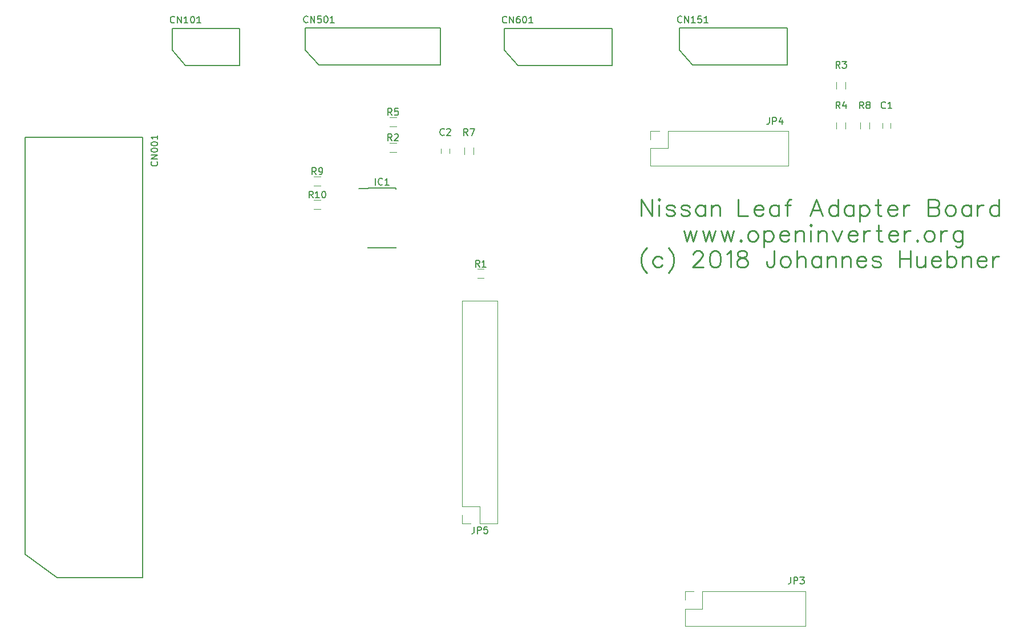
<source format=gbr>
G04 #@! TF.GenerationSoftware,KiCad,Pcbnew,5.0.2-bee76a0~70~ubuntu18.04.1*
G04 #@! TF.CreationDate,2019-06-20T22:09:52+01:00*
G04 #@! TF.ProjectId,leaf_adapter,6c656166-5f61-4646-9170-7465722e6b69,rev?*
G04 #@! TF.SameCoordinates,Original*
G04 #@! TF.FileFunction,Legend,Top*
G04 #@! TF.FilePolarity,Positive*
%FSLAX46Y46*%
G04 Gerber Fmt 4.6, Leading zero omitted, Abs format (unit mm)*
G04 Created by KiCad (PCBNEW 5.0.2-bee76a0~70~ubuntu18.04.1) date Thu 20 Jun 2019 22:09:52 BST*
%MOMM*%
%LPD*%
G01*
G04 APERTURE LIST*
%ADD10C,0.254000*%
%ADD11C,0.120000*%
%ADD12C,0.150000*%
G04 APERTURE END LIST*
D10*
X159580000Y-73746840D02*
X159580000Y-76170000D01*
X159580000Y-73746840D02*
X161195440Y-76170000D01*
X161195440Y-73746840D02*
X161195440Y-76170000D01*
X162120000Y-73746840D02*
X162234300Y-73861140D01*
X162234300Y-73861140D02*
X162348600Y-73746840D01*
X162348600Y-73746840D02*
X162234300Y-73630000D01*
X162234300Y-73630000D02*
X162120000Y-73746840D01*
X162234300Y-74554560D02*
X162234300Y-76170000D01*
X164543160Y-74900000D02*
X164428860Y-74671400D01*
X164428860Y-74671400D02*
X164080880Y-74554560D01*
X164080880Y-74554560D02*
X163735440Y-74554560D01*
X163735440Y-74554560D02*
X163387460Y-74671400D01*
X163387460Y-74671400D02*
X163273160Y-74900000D01*
X163273160Y-74900000D02*
X163387460Y-75131140D01*
X163387460Y-75131140D02*
X163618600Y-75247980D01*
X163618600Y-75247980D02*
X164197720Y-75362280D01*
X164197720Y-75362280D02*
X164428860Y-75479120D01*
X164428860Y-75479120D02*
X164543160Y-75710260D01*
X164543160Y-75710260D02*
X164543160Y-75824560D01*
X164543160Y-75824560D02*
X164428860Y-76055700D01*
X164428860Y-76055700D02*
X164080880Y-76170000D01*
X164080880Y-76170000D02*
X163735440Y-76170000D01*
X163735440Y-76170000D02*
X163387460Y-76055700D01*
X163387460Y-76055700D02*
X163273160Y-75824560D01*
X166737720Y-74900000D02*
X166620880Y-74671400D01*
X166620880Y-74671400D02*
X166275440Y-74554560D01*
X166275440Y-74554560D02*
X165927460Y-74554560D01*
X165927460Y-74554560D02*
X165582020Y-74671400D01*
X165582020Y-74671400D02*
X165467720Y-74900000D01*
X165467720Y-74900000D02*
X165582020Y-75131140D01*
X165582020Y-75131140D02*
X165813160Y-75247980D01*
X165813160Y-75247980D02*
X166389740Y-75362280D01*
X166389740Y-75362280D02*
X166620880Y-75479120D01*
X166620880Y-75479120D02*
X166737720Y-75710260D01*
X166737720Y-75710260D02*
X166737720Y-75824560D01*
X166737720Y-75824560D02*
X166620880Y-76055700D01*
X166620880Y-76055700D02*
X166275440Y-76170000D01*
X166275440Y-76170000D02*
X165927460Y-76170000D01*
X165927460Y-76170000D02*
X165582020Y-76055700D01*
X165582020Y-76055700D02*
X165467720Y-75824560D01*
X169046580Y-74554560D02*
X169046580Y-76170000D01*
X169046580Y-74900000D02*
X168815440Y-74671400D01*
X168815440Y-74671400D02*
X168584300Y-74554560D01*
X168584300Y-74554560D02*
X168238860Y-74554560D01*
X168238860Y-74554560D02*
X168007720Y-74671400D01*
X168007720Y-74671400D02*
X167776580Y-74900000D01*
X167776580Y-74900000D02*
X167659740Y-75247980D01*
X167659740Y-75247980D02*
X167659740Y-75479120D01*
X167659740Y-75479120D02*
X167776580Y-75824560D01*
X167776580Y-75824560D02*
X168007720Y-76055700D01*
X168007720Y-76055700D02*
X168238860Y-76170000D01*
X168238860Y-76170000D02*
X168584300Y-76170000D01*
X168584300Y-76170000D02*
X168815440Y-76055700D01*
X168815440Y-76055700D02*
X169046580Y-75824560D01*
X169968600Y-74554560D02*
X169968600Y-76170000D01*
X169968600Y-75016840D02*
X170316580Y-74671400D01*
X170316580Y-74671400D02*
X170547720Y-74554560D01*
X170547720Y-74554560D02*
X170893160Y-74554560D01*
X170893160Y-74554560D02*
X171124300Y-74671400D01*
X171124300Y-74671400D02*
X171238600Y-75016840D01*
X171238600Y-75016840D02*
X171238600Y-76170000D01*
X174009740Y-73746840D02*
X174009740Y-76170000D01*
X174009740Y-76170000D02*
X175396580Y-76170000D01*
X176318600Y-75247980D02*
X177705440Y-75247980D01*
X177705440Y-75247980D02*
X177705440Y-75016840D01*
X177705440Y-75016840D02*
X177588600Y-74785700D01*
X177588600Y-74785700D02*
X177474300Y-74671400D01*
X177474300Y-74671400D02*
X177243160Y-74554560D01*
X177243160Y-74554560D02*
X176897720Y-74554560D01*
X176897720Y-74554560D02*
X176666580Y-74671400D01*
X176666580Y-74671400D02*
X176435440Y-74900000D01*
X176435440Y-74900000D02*
X176318600Y-75247980D01*
X176318600Y-75247980D02*
X176318600Y-75479120D01*
X176318600Y-75479120D02*
X176435440Y-75824560D01*
X176435440Y-75824560D02*
X176666580Y-76055700D01*
X176666580Y-76055700D02*
X176897720Y-76170000D01*
X176897720Y-76170000D02*
X177243160Y-76170000D01*
X177243160Y-76170000D02*
X177474300Y-76055700D01*
X177474300Y-76055700D02*
X177705440Y-75824560D01*
X180014300Y-74554560D02*
X180014300Y-76170000D01*
X180014300Y-74900000D02*
X179783160Y-74671400D01*
X179783160Y-74671400D02*
X179552020Y-74554560D01*
X179552020Y-74554560D02*
X179206580Y-74554560D01*
X179206580Y-74554560D02*
X178975440Y-74671400D01*
X178975440Y-74671400D02*
X178744300Y-74900000D01*
X178744300Y-74900000D02*
X178630000Y-75247980D01*
X178630000Y-75247980D02*
X178630000Y-75479120D01*
X178630000Y-75479120D02*
X178744300Y-75824560D01*
X178744300Y-75824560D02*
X178975440Y-76055700D01*
X178975440Y-76055700D02*
X179206580Y-76170000D01*
X179206580Y-76170000D02*
X179552020Y-76170000D01*
X179552020Y-76170000D02*
X179783160Y-76055700D01*
X179783160Y-76055700D02*
X180014300Y-75824560D01*
X181860880Y-73746840D02*
X181629740Y-73746840D01*
X181629740Y-73746840D02*
X181398600Y-73861140D01*
X181398600Y-73861140D02*
X181284300Y-74209120D01*
X181284300Y-74209120D02*
X181284300Y-76170000D01*
X180938860Y-74554560D02*
X181746580Y-74554560D01*
X185556580Y-73746840D02*
X184632020Y-76170000D01*
X185556580Y-73746840D02*
X186478600Y-76170000D01*
X184977460Y-75362280D02*
X186133160Y-75362280D01*
X188787460Y-73746840D02*
X188787460Y-76170000D01*
X188787460Y-74900000D02*
X188558860Y-74671400D01*
X188558860Y-74671400D02*
X188327720Y-74554560D01*
X188327720Y-74554560D02*
X187979740Y-74554560D01*
X187979740Y-74554560D02*
X187748600Y-74671400D01*
X187748600Y-74671400D02*
X187517460Y-74900000D01*
X187517460Y-74900000D02*
X187403160Y-75247980D01*
X187403160Y-75247980D02*
X187403160Y-75479120D01*
X187403160Y-75479120D02*
X187517460Y-75824560D01*
X187517460Y-75824560D02*
X187748600Y-76055700D01*
X187748600Y-76055700D02*
X187979740Y-76170000D01*
X187979740Y-76170000D02*
X188327720Y-76170000D01*
X188327720Y-76170000D02*
X188558860Y-76055700D01*
X188558860Y-76055700D02*
X188787460Y-75824560D01*
X191098860Y-74554560D02*
X191098860Y-76170000D01*
X191098860Y-74900000D02*
X190867720Y-74671400D01*
X190867720Y-74671400D02*
X190636580Y-74554560D01*
X190636580Y-74554560D02*
X190288600Y-74554560D01*
X190288600Y-74554560D02*
X190057460Y-74671400D01*
X190057460Y-74671400D02*
X189828860Y-74900000D01*
X189828860Y-74900000D02*
X189712020Y-75247980D01*
X189712020Y-75247980D02*
X189712020Y-75479120D01*
X189712020Y-75479120D02*
X189828860Y-75824560D01*
X189828860Y-75824560D02*
X190057460Y-76055700D01*
X190057460Y-76055700D02*
X190288600Y-76170000D01*
X190288600Y-76170000D02*
X190636580Y-76170000D01*
X190636580Y-76170000D02*
X190867720Y-76055700D01*
X190867720Y-76055700D02*
X191098860Y-75824560D01*
X192020880Y-74554560D02*
X192020880Y-76980260D01*
X192020880Y-74900000D02*
X192252020Y-74671400D01*
X192252020Y-74671400D02*
X192483160Y-74554560D01*
X192483160Y-74554560D02*
X192828600Y-74554560D01*
X192828600Y-74554560D02*
X193059740Y-74671400D01*
X193059740Y-74671400D02*
X193290880Y-74900000D01*
X193290880Y-74900000D02*
X193407720Y-75247980D01*
X193407720Y-75247980D02*
X193407720Y-75479120D01*
X193407720Y-75479120D02*
X193290880Y-75824560D01*
X193290880Y-75824560D02*
X193059740Y-76055700D01*
X193059740Y-76055700D02*
X192828600Y-76170000D01*
X192828600Y-76170000D02*
X192483160Y-76170000D01*
X192483160Y-76170000D02*
X192252020Y-76055700D01*
X192252020Y-76055700D02*
X192020880Y-75824560D01*
X194677720Y-73746840D02*
X194677720Y-75710260D01*
X194677720Y-75710260D02*
X194792020Y-76055700D01*
X194792020Y-76055700D02*
X195023160Y-76170000D01*
X195023160Y-76170000D02*
X195254300Y-76170000D01*
X194329740Y-74554560D02*
X195137460Y-74554560D01*
X196178860Y-75247980D02*
X197563160Y-75247980D01*
X197563160Y-75247980D02*
X197563160Y-75016840D01*
X197563160Y-75016840D02*
X197448860Y-74785700D01*
X197448860Y-74785700D02*
X197332020Y-74671400D01*
X197332020Y-74671400D02*
X197100880Y-74554560D01*
X197100880Y-74554560D02*
X196755440Y-74554560D01*
X196755440Y-74554560D02*
X196524300Y-74671400D01*
X196524300Y-74671400D02*
X196293160Y-74900000D01*
X196293160Y-74900000D02*
X196178860Y-75247980D01*
X196178860Y-75247980D02*
X196178860Y-75479120D01*
X196178860Y-75479120D02*
X196293160Y-75824560D01*
X196293160Y-75824560D02*
X196524300Y-76055700D01*
X196524300Y-76055700D02*
X196755440Y-76170000D01*
X196755440Y-76170000D02*
X197100880Y-76170000D01*
X197100880Y-76170000D02*
X197332020Y-76055700D01*
X197332020Y-76055700D02*
X197563160Y-75824560D01*
X198487720Y-74554560D02*
X198487720Y-76170000D01*
X198487720Y-75247980D02*
X198602020Y-74900000D01*
X198602020Y-74900000D02*
X198833160Y-74671400D01*
X198833160Y-74671400D02*
X199064300Y-74554560D01*
X199064300Y-74554560D02*
X199409740Y-74554560D01*
X202180880Y-73746840D02*
X202180880Y-76170000D01*
X202180880Y-73746840D02*
X203219740Y-73746840D01*
X203219740Y-73746840D02*
X203567720Y-73861140D01*
X203567720Y-73861140D02*
X203682020Y-73977980D01*
X203682020Y-73977980D02*
X203798860Y-74209120D01*
X203798860Y-74209120D02*
X203798860Y-74440260D01*
X203798860Y-74440260D02*
X203682020Y-74671400D01*
X203682020Y-74671400D02*
X203567720Y-74785700D01*
X203567720Y-74785700D02*
X203219740Y-74900000D01*
X202180880Y-74900000D02*
X203219740Y-74900000D01*
X203219740Y-74900000D02*
X203567720Y-75016840D01*
X203567720Y-75016840D02*
X203682020Y-75131140D01*
X203682020Y-75131140D02*
X203798860Y-75362280D01*
X203798860Y-75362280D02*
X203798860Y-75710260D01*
X203798860Y-75710260D02*
X203682020Y-75941400D01*
X203682020Y-75941400D02*
X203567720Y-76055700D01*
X203567720Y-76055700D02*
X203219740Y-76170000D01*
X203219740Y-76170000D02*
X202180880Y-76170000D01*
X205297460Y-74554560D02*
X205068860Y-74671400D01*
X205068860Y-74671400D02*
X204837720Y-74900000D01*
X204837720Y-74900000D02*
X204720880Y-75247980D01*
X204720880Y-75247980D02*
X204720880Y-75479120D01*
X204720880Y-75479120D02*
X204837720Y-75824560D01*
X204837720Y-75824560D02*
X205068860Y-76055700D01*
X205068860Y-76055700D02*
X205297460Y-76170000D01*
X205297460Y-76170000D02*
X205645440Y-76170000D01*
X205645440Y-76170000D02*
X205876580Y-76055700D01*
X205876580Y-76055700D02*
X206107720Y-75824560D01*
X206107720Y-75824560D02*
X206222020Y-75479120D01*
X206222020Y-75479120D02*
X206222020Y-75247980D01*
X206222020Y-75247980D02*
X206107720Y-74900000D01*
X206107720Y-74900000D02*
X205876580Y-74671400D01*
X205876580Y-74671400D02*
X205645440Y-74554560D01*
X205645440Y-74554560D02*
X205297460Y-74554560D01*
X208530880Y-74554560D02*
X208530880Y-76170000D01*
X208530880Y-74900000D02*
X208299740Y-74671400D01*
X208299740Y-74671400D02*
X208068600Y-74554560D01*
X208068600Y-74554560D02*
X207723160Y-74554560D01*
X207723160Y-74554560D02*
X207492020Y-74671400D01*
X207492020Y-74671400D02*
X207260880Y-74900000D01*
X207260880Y-74900000D02*
X207146580Y-75247980D01*
X207146580Y-75247980D02*
X207146580Y-75479120D01*
X207146580Y-75479120D02*
X207260880Y-75824560D01*
X207260880Y-75824560D02*
X207492020Y-76055700D01*
X207492020Y-76055700D02*
X207723160Y-76170000D01*
X207723160Y-76170000D02*
X208068600Y-76170000D01*
X208068600Y-76170000D02*
X208299740Y-76055700D01*
X208299740Y-76055700D02*
X208530880Y-75824560D01*
X209455440Y-74554560D02*
X209455440Y-76170000D01*
X209455440Y-75247980D02*
X209569740Y-74900000D01*
X209569740Y-74900000D02*
X209800880Y-74671400D01*
X209800880Y-74671400D02*
X210032020Y-74554560D01*
X210032020Y-74554560D02*
X210377460Y-74554560D01*
X212688860Y-73746840D02*
X212688860Y-76170000D01*
X212688860Y-74900000D02*
X212457720Y-74671400D01*
X212457720Y-74671400D02*
X212226580Y-74554560D01*
X212226580Y-74554560D02*
X211878600Y-74554560D01*
X211878600Y-74554560D02*
X211647460Y-74671400D01*
X211647460Y-74671400D02*
X211418860Y-74900000D01*
X211418860Y-74900000D02*
X211302020Y-75247980D01*
X211302020Y-75247980D02*
X211302020Y-75479120D01*
X211302020Y-75479120D02*
X211418860Y-75824560D01*
X211418860Y-75824560D02*
X211647460Y-76055700D01*
X211647460Y-76055700D02*
X211878600Y-76170000D01*
X211878600Y-76170000D02*
X212226580Y-76170000D01*
X212226580Y-76170000D02*
X212457720Y-76055700D01*
X212457720Y-76055700D02*
X212688860Y-75824560D01*
X165930000Y-78364560D02*
X166389740Y-79980000D01*
X166852020Y-78364560D02*
X166389740Y-79980000D01*
X166852020Y-78364560D02*
X167314300Y-79980000D01*
X167776580Y-78364560D02*
X167314300Y-79980000D01*
X168698600Y-78364560D02*
X169160880Y-79980000D01*
X169623160Y-78364560D02*
X169160880Y-79980000D01*
X169623160Y-78364560D02*
X170085440Y-79980000D01*
X170547720Y-78364560D02*
X170085440Y-79980000D01*
X171469740Y-78364560D02*
X171932020Y-79980000D01*
X172394300Y-78364560D02*
X171932020Y-79980000D01*
X172394300Y-78364560D02*
X172856580Y-79980000D01*
X173318860Y-78364560D02*
X172856580Y-79980000D01*
X174357720Y-79751400D02*
X174240880Y-79865700D01*
X174240880Y-79865700D02*
X174357720Y-79980000D01*
X174357720Y-79980000D02*
X174472020Y-79865700D01*
X174472020Y-79865700D02*
X174357720Y-79751400D01*
X175973160Y-78364560D02*
X175742020Y-78481400D01*
X175742020Y-78481400D02*
X175510880Y-78710000D01*
X175510880Y-78710000D02*
X175396580Y-79057980D01*
X175396580Y-79057980D02*
X175396580Y-79289120D01*
X175396580Y-79289120D02*
X175510880Y-79634560D01*
X175510880Y-79634560D02*
X175742020Y-79865700D01*
X175742020Y-79865700D02*
X175973160Y-79980000D01*
X175973160Y-79980000D02*
X176318600Y-79980000D01*
X176318600Y-79980000D02*
X176549740Y-79865700D01*
X176549740Y-79865700D02*
X176780880Y-79634560D01*
X176780880Y-79634560D02*
X176897720Y-79289120D01*
X176897720Y-79289120D02*
X176897720Y-79057980D01*
X176897720Y-79057980D02*
X176780880Y-78710000D01*
X176780880Y-78710000D02*
X176549740Y-78481400D01*
X176549740Y-78481400D02*
X176318600Y-78364560D01*
X176318600Y-78364560D02*
X175973160Y-78364560D01*
X177819740Y-78364560D02*
X177819740Y-80790260D01*
X177819740Y-78710000D02*
X178050880Y-78481400D01*
X178050880Y-78481400D02*
X178282020Y-78364560D01*
X178282020Y-78364560D02*
X178627460Y-78364560D01*
X178627460Y-78364560D02*
X178858600Y-78481400D01*
X178858600Y-78481400D02*
X179089740Y-78710000D01*
X179089740Y-78710000D02*
X179206580Y-79057980D01*
X179206580Y-79057980D02*
X179206580Y-79289120D01*
X179206580Y-79289120D02*
X179089740Y-79634560D01*
X179089740Y-79634560D02*
X178858600Y-79865700D01*
X178858600Y-79865700D02*
X178627460Y-79980000D01*
X178627460Y-79980000D02*
X178282020Y-79980000D01*
X178282020Y-79980000D02*
X178050880Y-79865700D01*
X178050880Y-79865700D02*
X177819740Y-79634560D01*
X180128600Y-79057980D02*
X181515440Y-79057980D01*
X181515440Y-79057980D02*
X181515440Y-78826840D01*
X181515440Y-78826840D02*
X181398600Y-78595700D01*
X181398600Y-78595700D02*
X181284300Y-78481400D01*
X181284300Y-78481400D02*
X181053160Y-78364560D01*
X181053160Y-78364560D02*
X180707720Y-78364560D01*
X180707720Y-78364560D02*
X180476580Y-78481400D01*
X180476580Y-78481400D02*
X180245440Y-78710000D01*
X180245440Y-78710000D02*
X180128600Y-79057980D01*
X180128600Y-79057980D02*
X180128600Y-79289120D01*
X180128600Y-79289120D02*
X180245440Y-79634560D01*
X180245440Y-79634560D02*
X180476580Y-79865700D01*
X180476580Y-79865700D02*
X180707720Y-79980000D01*
X180707720Y-79980000D02*
X181053160Y-79980000D01*
X181053160Y-79980000D02*
X181284300Y-79865700D01*
X181284300Y-79865700D02*
X181515440Y-79634560D01*
X182440000Y-78364560D02*
X182440000Y-79980000D01*
X182440000Y-78826840D02*
X182785440Y-78481400D01*
X182785440Y-78481400D02*
X183016580Y-78364560D01*
X183016580Y-78364560D02*
X183362020Y-78364560D01*
X183362020Y-78364560D02*
X183593160Y-78481400D01*
X183593160Y-78481400D02*
X183710000Y-78826840D01*
X183710000Y-78826840D02*
X183710000Y-79980000D01*
X184632020Y-77556840D02*
X184748860Y-77671140D01*
X184748860Y-77671140D02*
X184863160Y-77556840D01*
X184863160Y-77556840D02*
X184748860Y-77440000D01*
X184748860Y-77440000D02*
X184632020Y-77556840D01*
X184748860Y-78364560D02*
X184748860Y-79980000D01*
X185787720Y-78364560D02*
X185787720Y-79980000D01*
X185787720Y-78826840D02*
X186133160Y-78481400D01*
X186133160Y-78481400D02*
X186364300Y-78364560D01*
X186364300Y-78364560D02*
X186709740Y-78364560D01*
X186709740Y-78364560D02*
X186940880Y-78481400D01*
X186940880Y-78481400D02*
X187057720Y-78826840D01*
X187057720Y-78826840D02*
X187057720Y-79980000D01*
X187979740Y-78364560D02*
X188673160Y-79980000D01*
X189366580Y-78364560D02*
X188673160Y-79980000D01*
X190288600Y-79057980D02*
X191675440Y-79057980D01*
X191675440Y-79057980D02*
X191675440Y-78826840D01*
X191675440Y-78826840D02*
X191558600Y-78595700D01*
X191558600Y-78595700D02*
X191444300Y-78481400D01*
X191444300Y-78481400D02*
X191213160Y-78364560D01*
X191213160Y-78364560D02*
X190867720Y-78364560D01*
X190867720Y-78364560D02*
X190636580Y-78481400D01*
X190636580Y-78481400D02*
X190405440Y-78710000D01*
X190405440Y-78710000D02*
X190288600Y-79057980D01*
X190288600Y-79057980D02*
X190288600Y-79289120D01*
X190288600Y-79289120D02*
X190405440Y-79634560D01*
X190405440Y-79634560D02*
X190636580Y-79865700D01*
X190636580Y-79865700D02*
X190867720Y-79980000D01*
X190867720Y-79980000D02*
X191213160Y-79980000D01*
X191213160Y-79980000D02*
X191444300Y-79865700D01*
X191444300Y-79865700D02*
X191675440Y-79634560D01*
X192600000Y-78364560D02*
X192600000Y-79980000D01*
X192600000Y-79057980D02*
X192714300Y-78710000D01*
X192714300Y-78710000D02*
X192945440Y-78481400D01*
X192945440Y-78481400D02*
X193176580Y-78364560D01*
X193176580Y-78364560D02*
X193522020Y-78364560D01*
X194792020Y-77556840D02*
X194792020Y-79520260D01*
X194792020Y-79520260D02*
X194908860Y-79865700D01*
X194908860Y-79865700D02*
X195137460Y-79980000D01*
X195137460Y-79980000D02*
X195368600Y-79980000D01*
X194446580Y-78364560D02*
X195254300Y-78364560D01*
X196293160Y-79057980D02*
X197677460Y-79057980D01*
X197677460Y-79057980D02*
X197677460Y-78826840D01*
X197677460Y-78826840D02*
X197563160Y-78595700D01*
X197563160Y-78595700D02*
X197448860Y-78481400D01*
X197448860Y-78481400D02*
X197217720Y-78364560D01*
X197217720Y-78364560D02*
X196869740Y-78364560D01*
X196869740Y-78364560D02*
X196638600Y-78481400D01*
X196638600Y-78481400D02*
X196407460Y-78710000D01*
X196407460Y-78710000D02*
X196293160Y-79057980D01*
X196293160Y-79057980D02*
X196293160Y-79289120D01*
X196293160Y-79289120D02*
X196407460Y-79634560D01*
X196407460Y-79634560D02*
X196638600Y-79865700D01*
X196638600Y-79865700D02*
X196869740Y-79980000D01*
X196869740Y-79980000D02*
X197217720Y-79980000D01*
X197217720Y-79980000D02*
X197448860Y-79865700D01*
X197448860Y-79865700D02*
X197677460Y-79634560D01*
X198602020Y-78364560D02*
X198602020Y-79980000D01*
X198602020Y-79057980D02*
X198718860Y-78710000D01*
X198718860Y-78710000D02*
X198947460Y-78481400D01*
X198947460Y-78481400D02*
X199178600Y-78364560D01*
X199178600Y-78364560D02*
X199526580Y-78364560D01*
X200565440Y-79751400D02*
X200448600Y-79865700D01*
X200448600Y-79865700D02*
X200565440Y-79980000D01*
X200565440Y-79980000D02*
X200679740Y-79865700D01*
X200679740Y-79865700D02*
X200565440Y-79751400D01*
X202180880Y-78364560D02*
X201949740Y-78481400D01*
X201949740Y-78481400D02*
X201718600Y-78710000D01*
X201718600Y-78710000D02*
X201604300Y-79057980D01*
X201604300Y-79057980D02*
X201604300Y-79289120D01*
X201604300Y-79289120D02*
X201718600Y-79634560D01*
X201718600Y-79634560D02*
X201949740Y-79865700D01*
X201949740Y-79865700D02*
X202180880Y-79980000D01*
X202180880Y-79980000D02*
X202528860Y-79980000D01*
X202528860Y-79980000D02*
X202757460Y-79865700D01*
X202757460Y-79865700D02*
X202988600Y-79634560D01*
X202988600Y-79634560D02*
X203105440Y-79289120D01*
X203105440Y-79289120D02*
X203105440Y-79057980D01*
X203105440Y-79057980D02*
X202988600Y-78710000D01*
X202988600Y-78710000D02*
X202757460Y-78481400D01*
X202757460Y-78481400D02*
X202528860Y-78364560D01*
X202528860Y-78364560D02*
X202180880Y-78364560D01*
X204030000Y-78364560D02*
X204030000Y-79980000D01*
X204030000Y-79057980D02*
X204144300Y-78710000D01*
X204144300Y-78710000D02*
X204375440Y-78481400D01*
X204375440Y-78481400D02*
X204606580Y-78364560D01*
X204606580Y-78364560D02*
X204952020Y-78364560D01*
X207260880Y-78364560D02*
X207260880Y-80211140D01*
X207260880Y-80211140D02*
X207146580Y-80559120D01*
X207146580Y-80559120D02*
X207029740Y-80673420D01*
X207029740Y-80673420D02*
X206798600Y-80790260D01*
X206798600Y-80790260D02*
X206453160Y-80790260D01*
X206453160Y-80790260D02*
X206222020Y-80673420D01*
X207260880Y-78710000D02*
X207029740Y-78481400D01*
X207029740Y-78481400D02*
X206798600Y-78364560D01*
X206798600Y-78364560D02*
X206453160Y-78364560D01*
X206453160Y-78364560D02*
X206222020Y-78481400D01*
X206222020Y-78481400D02*
X205990880Y-78710000D01*
X205990880Y-78710000D02*
X205876580Y-79057980D01*
X205876580Y-79057980D02*
X205876580Y-79289120D01*
X205876580Y-79289120D02*
X205990880Y-79634560D01*
X205990880Y-79634560D02*
X206222020Y-79865700D01*
X206222020Y-79865700D02*
X206453160Y-79980000D01*
X206453160Y-79980000D02*
X206798600Y-79980000D01*
X206798600Y-79980000D02*
X207029740Y-79865700D01*
X207029740Y-79865700D02*
X207260880Y-79634560D01*
X160387720Y-80904560D02*
X160156580Y-81135700D01*
X160156580Y-81135700D02*
X159925440Y-81481140D01*
X159925440Y-81481140D02*
X159694300Y-81943420D01*
X159694300Y-81943420D02*
X159580000Y-82520000D01*
X159580000Y-82520000D02*
X159580000Y-82982280D01*
X159580000Y-82982280D02*
X159694300Y-83561400D01*
X159694300Y-83561400D02*
X159925440Y-84021140D01*
X159925440Y-84021140D02*
X160156580Y-84369120D01*
X160156580Y-84369120D02*
X160387720Y-84600260D01*
X162696580Y-82520000D02*
X162465440Y-82291400D01*
X162465440Y-82291400D02*
X162234300Y-82174560D01*
X162234300Y-82174560D02*
X161888860Y-82174560D01*
X161888860Y-82174560D02*
X161657720Y-82291400D01*
X161657720Y-82291400D02*
X161426580Y-82520000D01*
X161426580Y-82520000D02*
X161309740Y-82867980D01*
X161309740Y-82867980D02*
X161309740Y-83099120D01*
X161309740Y-83099120D02*
X161426580Y-83444560D01*
X161426580Y-83444560D02*
X161657720Y-83675700D01*
X161657720Y-83675700D02*
X161888860Y-83790000D01*
X161888860Y-83790000D02*
X162234300Y-83790000D01*
X162234300Y-83790000D02*
X162465440Y-83675700D01*
X162465440Y-83675700D02*
X162696580Y-83444560D01*
X163618600Y-80904560D02*
X163849740Y-81135700D01*
X163849740Y-81135700D02*
X164080880Y-81481140D01*
X164080880Y-81481140D02*
X164312020Y-81943420D01*
X164312020Y-81943420D02*
X164428860Y-82520000D01*
X164428860Y-82520000D02*
X164428860Y-82982280D01*
X164428860Y-82982280D02*
X164312020Y-83561400D01*
X164312020Y-83561400D02*
X164080880Y-84021140D01*
X164080880Y-84021140D02*
X163849740Y-84369120D01*
X163849740Y-84369120D02*
X163618600Y-84600260D01*
X167314300Y-81943420D02*
X167314300Y-81829120D01*
X167314300Y-81829120D02*
X167428600Y-81597980D01*
X167428600Y-81597980D02*
X167545440Y-81481140D01*
X167545440Y-81481140D02*
X167776580Y-81366840D01*
X167776580Y-81366840D02*
X168238860Y-81366840D01*
X168238860Y-81366840D02*
X168470000Y-81481140D01*
X168470000Y-81481140D02*
X168584300Y-81597980D01*
X168584300Y-81597980D02*
X168698600Y-81829120D01*
X168698600Y-81829120D02*
X168698600Y-82060260D01*
X168698600Y-82060260D02*
X168584300Y-82291400D01*
X168584300Y-82291400D02*
X168353160Y-82636840D01*
X168353160Y-82636840D02*
X167200000Y-83790000D01*
X167200000Y-83790000D02*
X168815440Y-83790000D01*
X170430880Y-81366840D02*
X170085440Y-81481140D01*
X170085440Y-81481140D02*
X169854300Y-81829120D01*
X169854300Y-81829120D02*
X169740000Y-82405700D01*
X169740000Y-82405700D02*
X169740000Y-82751140D01*
X169740000Y-82751140D02*
X169854300Y-83330260D01*
X169854300Y-83330260D02*
X170085440Y-83675700D01*
X170085440Y-83675700D02*
X170430880Y-83790000D01*
X170430880Y-83790000D02*
X170662020Y-83790000D01*
X170662020Y-83790000D02*
X171010000Y-83675700D01*
X171010000Y-83675700D02*
X171238600Y-83330260D01*
X171238600Y-83330260D02*
X171355440Y-82751140D01*
X171355440Y-82751140D02*
X171355440Y-82405700D01*
X171355440Y-82405700D02*
X171238600Y-81829120D01*
X171238600Y-81829120D02*
X171010000Y-81481140D01*
X171010000Y-81481140D02*
X170662020Y-81366840D01*
X170662020Y-81366840D02*
X170430880Y-81366840D01*
X172280000Y-81829120D02*
X172508600Y-81712280D01*
X172508600Y-81712280D02*
X172856580Y-81366840D01*
X172856580Y-81366840D02*
X172856580Y-83790000D01*
X174357720Y-81366840D02*
X174009740Y-81481140D01*
X174009740Y-81481140D02*
X173895440Y-81712280D01*
X173895440Y-81712280D02*
X173895440Y-81943420D01*
X173895440Y-81943420D02*
X174009740Y-82174560D01*
X174009740Y-82174560D02*
X174240880Y-82291400D01*
X174240880Y-82291400D02*
X174703160Y-82405700D01*
X174703160Y-82405700D02*
X175048600Y-82520000D01*
X175048600Y-82520000D02*
X175279740Y-82751140D01*
X175279740Y-82751140D02*
X175396580Y-82982280D01*
X175396580Y-82982280D02*
X175396580Y-83330260D01*
X175396580Y-83330260D02*
X175279740Y-83561400D01*
X175279740Y-83561400D02*
X175165440Y-83675700D01*
X175165440Y-83675700D02*
X174817460Y-83790000D01*
X174817460Y-83790000D02*
X174357720Y-83790000D01*
X174357720Y-83790000D02*
X174009740Y-83675700D01*
X174009740Y-83675700D02*
X173895440Y-83561400D01*
X173895440Y-83561400D02*
X173778600Y-83330260D01*
X173778600Y-83330260D02*
X173778600Y-82982280D01*
X173778600Y-82982280D02*
X173895440Y-82751140D01*
X173895440Y-82751140D02*
X174126580Y-82520000D01*
X174126580Y-82520000D02*
X174472020Y-82405700D01*
X174472020Y-82405700D02*
X174934300Y-82291400D01*
X174934300Y-82291400D02*
X175165440Y-82174560D01*
X175165440Y-82174560D02*
X175279740Y-81943420D01*
X175279740Y-81943420D02*
X175279740Y-81712280D01*
X175279740Y-81712280D02*
X175165440Y-81481140D01*
X175165440Y-81481140D02*
X174817460Y-81366840D01*
X174817460Y-81366840D02*
X174357720Y-81366840D01*
X179320880Y-81366840D02*
X179320880Y-83213420D01*
X179320880Y-83213420D02*
X179206580Y-83561400D01*
X179206580Y-83561400D02*
X179089740Y-83675700D01*
X179089740Y-83675700D02*
X178858600Y-83790000D01*
X178858600Y-83790000D02*
X178627460Y-83790000D01*
X178627460Y-83790000D02*
X178398860Y-83675700D01*
X178398860Y-83675700D02*
X178282020Y-83561400D01*
X178282020Y-83561400D02*
X178167720Y-83213420D01*
X178167720Y-83213420D02*
X178167720Y-82982280D01*
X180822020Y-82174560D02*
X180590880Y-82291400D01*
X180590880Y-82291400D02*
X180359740Y-82520000D01*
X180359740Y-82520000D02*
X180245440Y-82867980D01*
X180245440Y-82867980D02*
X180245440Y-83099120D01*
X180245440Y-83099120D02*
X180359740Y-83444560D01*
X180359740Y-83444560D02*
X180590880Y-83675700D01*
X180590880Y-83675700D02*
X180822020Y-83790000D01*
X180822020Y-83790000D02*
X181167460Y-83790000D01*
X181167460Y-83790000D02*
X181398600Y-83675700D01*
X181398600Y-83675700D02*
X181629740Y-83444560D01*
X181629740Y-83444560D02*
X181746580Y-83099120D01*
X181746580Y-83099120D02*
X181746580Y-82867980D01*
X181746580Y-82867980D02*
X181629740Y-82520000D01*
X181629740Y-82520000D02*
X181398600Y-82291400D01*
X181398600Y-82291400D02*
X181167460Y-82174560D01*
X181167460Y-82174560D02*
X180822020Y-82174560D01*
X182668600Y-81366840D02*
X182668600Y-83790000D01*
X182668600Y-82636840D02*
X183016580Y-82291400D01*
X183016580Y-82291400D02*
X183247720Y-82174560D01*
X183247720Y-82174560D02*
X183593160Y-82174560D01*
X183593160Y-82174560D02*
X183824300Y-82291400D01*
X183824300Y-82291400D02*
X183938600Y-82636840D01*
X183938600Y-82636840D02*
X183938600Y-83790000D01*
X186247460Y-82174560D02*
X186247460Y-83790000D01*
X186247460Y-82520000D02*
X186018860Y-82291400D01*
X186018860Y-82291400D02*
X185787720Y-82174560D01*
X185787720Y-82174560D02*
X185439740Y-82174560D01*
X185439740Y-82174560D02*
X185208600Y-82291400D01*
X185208600Y-82291400D02*
X184977460Y-82520000D01*
X184977460Y-82520000D02*
X184863160Y-82867980D01*
X184863160Y-82867980D02*
X184863160Y-83099120D01*
X184863160Y-83099120D02*
X184977460Y-83444560D01*
X184977460Y-83444560D02*
X185208600Y-83675700D01*
X185208600Y-83675700D02*
X185439740Y-83790000D01*
X185439740Y-83790000D02*
X185787720Y-83790000D01*
X185787720Y-83790000D02*
X186018860Y-83675700D01*
X186018860Y-83675700D02*
X186247460Y-83444560D01*
X187172020Y-82174560D02*
X187172020Y-83790000D01*
X187172020Y-82636840D02*
X187517460Y-82291400D01*
X187517460Y-82291400D02*
X187748600Y-82174560D01*
X187748600Y-82174560D02*
X188096580Y-82174560D01*
X188096580Y-82174560D02*
X188327720Y-82291400D01*
X188327720Y-82291400D02*
X188442020Y-82636840D01*
X188442020Y-82636840D02*
X188442020Y-83790000D01*
X189366580Y-82174560D02*
X189366580Y-83790000D01*
X189366580Y-82636840D02*
X189712020Y-82291400D01*
X189712020Y-82291400D02*
X189943160Y-82174560D01*
X189943160Y-82174560D02*
X190288600Y-82174560D01*
X190288600Y-82174560D02*
X190519740Y-82291400D01*
X190519740Y-82291400D02*
X190636580Y-82636840D01*
X190636580Y-82636840D02*
X190636580Y-83790000D01*
X191558600Y-82867980D02*
X192945440Y-82867980D01*
X192945440Y-82867980D02*
X192945440Y-82636840D01*
X192945440Y-82636840D02*
X192828600Y-82405700D01*
X192828600Y-82405700D02*
X192714300Y-82291400D01*
X192714300Y-82291400D02*
X192483160Y-82174560D01*
X192483160Y-82174560D02*
X192137720Y-82174560D01*
X192137720Y-82174560D02*
X191906580Y-82291400D01*
X191906580Y-82291400D02*
X191675440Y-82520000D01*
X191675440Y-82520000D02*
X191558600Y-82867980D01*
X191558600Y-82867980D02*
X191558600Y-83099120D01*
X191558600Y-83099120D02*
X191675440Y-83444560D01*
X191675440Y-83444560D02*
X191906580Y-83675700D01*
X191906580Y-83675700D02*
X192137720Y-83790000D01*
X192137720Y-83790000D02*
X192483160Y-83790000D01*
X192483160Y-83790000D02*
X192714300Y-83675700D01*
X192714300Y-83675700D02*
X192945440Y-83444560D01*
X195137460Y-82520000D02*
X195023160Y-82291400D01*
X195023160Y-82291400D02*
X194677720Y-82174560D01*
X194677720Y-82174560D02*
X194329740Y-82174560D01*
X194329740Y-82174560D02*
X193984300Y-82291400D01*
X193984300Y-82291400D02*
X193867460Y-82520000D01*
X193867460Y-82520000D02*
X193984300Y-82751140D01*
X193984300Y-82751140D02*
X194215440Y-82867980D01*
X194215440Y-82867980D02*
X194792020Y-82982280D01*
X194792020Y-82982280D02*
X195023160Y-83099120D01*
X195023160Y-83099120D02*
X195137460Y-83330260D01*
X195137460Y-83330260D02*
X195137460Y-83444560D01*
X195137460Y-83444560D02*
X195023160Y-83675700D01*
X195023160Y-83675700D02*
X194677720Y-83790000D01*
X194677720Y-83790000D02*
X194329740Y-83790000D01*
X194329740Y-83790000D02*
X193984300Y-83675700D01*
X193984300Y-83675700D02*
X193867460Y-83444560D01*
X197908600Y-81366840D02*
X197908600Y-83790000D01*
X199526580Y-81366840D02*
X199526580Y-83790000D01*
X197908600Y-82520000D02*
X199526580Y-82520000D01*
X200448600Y-82174560D02*
X200448600Y-83330260D01*
X200448600Y-83330260D02*
X200565440Y-83675700D01*
X200565440Y-83675700D02*
X200796580Y-83790000D01*
X200796580Y-83790000D02*
X201142020Y-83790000D01*
X201142020Y-83790000D02*
X201373160Y-83675700D01*
X201373160Y-83675700D02*
X201718600Y-83330260D01*
X201718600Y-82174560D02*
X201718600Y-83790000D01*
X202643160Y-82867980D02*
X204027460Y-82867980D01*
X204027460Y-82867980D02*
X204027460Y-82636840D01*
X204027460Y-82636840D02*
X203913160Y-82405700D01*
X203913160Y-82405700D02*
X203798860Y-82291400D01*
X203798860Y-82291400D02*
X203567720Y-82174560D01*
X203567720Y-82174560D02*
X203219740Y-82174560D01*
X203219740Y-82174560D02*
X202988600Y-82291400D01*
X202988600Y-82291400D02*
X202757460Y-82520000D01*
X202757460Y-82520000D02*
X202643160Y-82867980D01*
X202643160Y-82867980D02*
X202643160Y-83099120D01*
X202643160Y-83099120D02*
X202757460Y-83444560D01*
X202757460Y-83444560D02*
X202988600Y-83675700D01*
X202988600Y-83675700D02*
X203219740Y-83790000D01*
X203219740Y-83790000D02*
X203567720Y-83790000D01*
X203567720Y-83790000D02*
X203798860Y-83675700D01*
X203798860Y-83675700D02*
X204027460Y-83444560D01*
X204952020Y-81366840D02*
X204952020Y-83790000D01*
X204952020Y-82520000D02*
X205183160Y-82291400D01*
X205183160Y-82291400D02*
X205414300Y-82174560D01*
X205414300Y-82174560D02*
X205759740Y-82174560D01*
X205759740Y-82174560D02*
X205990880Y-82291400D01*
X205990880Y-82291400D02*
X206222020Y-82520000D01*
X206222020Y-82520000D02*
X206338860Y-82867980D01*
X206338860Y-82867980D02*
X206338860Y-83099120D01*
X206338860Y-83099120D02*
X206222020Y-83444560D01*
X206222020Y-83444560D02*
X205990880Y-83675700D01*
X205990880Y-83675700D02*
X205759740Y-83790000D01*
X205759740Y-83790000D02*
X205414300Y-83790000D01*
X205414300Y-83790000D02*
X205183160Y-83675700D01*
X205183160Y-83675700D02*
X204952020Y-83444560D01*
X207260880Y-82174560D02*
X207260880Y-83790000D01*
X207260880Y-82636840D02*
X207608860Y-82291400D01*
X207608860Y-82291400D02*
X207837460Y-82174560D01*
X207837460Y-82174560D02*
X208185440Y-82174560D01*
X208185440Y-82174560D02*
X208416580Y-82291400D01*
X208416580Y-82291400D02*
X208530880Y-82636840D01*
X208530880Y-82636840D02*
X208530880Y-83790000D01*
X209455440Y-82867980D02*
X210839740Y-82867980D01*
X210839740Y-82867980D02*
X210839740Y-82636840D01*
X210839740Y-82636840D02*
X210725440Y-82405700D01*
X210725440Y-82405700D02*
X210608600Y-82291400D01*
X210608600Y-82291400D02*
X210377460Y-82174560D01*
X210377460Y-82174560D02*
X210032020Y-82174560D01*
X210032020Y-82174560D02*
X209800880Y-82291400D01*
X209800880Y-82291400D02*
X209569740Y-82520000D01*
X209569740Y-82520000D02*
X209455440Y-82867980D01*
X209455440Y-82867980D02*
X209455440Y-83099120D01*
X209455440Y-83099120D02*
X209569740Y-83444560D01*
X209569740Y-83444560D02*
X209800880Y-83675700D01*
X209800880Y-83675700D02*
X210032020Y-83790000D01*
X210032020Y-83790000D02*
X210377460Y-83790000D01*
X210377460Y-83790000D02*
X210608600Y-83675700D01*
X210608600Y-83675700D02*
X210839740Y-83444560D01*
X211764300Y-82174560D02*
X211764300Y-83790000D01*
X211764300Y-82867980D02*
X211878600Y-82520000D01*
X211878600Y-82520000D02*
X212109740Y-82291400D01*
X212109740Y-82291400D02*
X212340880Y-82174560D01*
X212340880Y-82174560D02*
X212688860Y-82174560D01*
D11*
G04 #@! TO.C,JP5*
X133020000Y-119330000D02*
X133020000Y-88790000D01*
X133020000Y-88790000D02*
X138220000Y-88790000D01*
X138220000Y-88790000D02*
X138220000Y-121930000D01*
X138220000Y-121930000D02*
X135620000Y-121930000D01*
X135620000Y-121930000D02*
X135620000Y-119330000D01*
X135620000Y-119330000D02*
X133020000Y-119330000D01*
X133020000Y-120600000D02*
X133020000Y-121930000D01*
X133020000Y-121930000D02*
X134290000Y-121930000D01*
D12*
G04 #@! TO.C,CN151*
X181239880Y-53751700D02*
X175239880Y-53751700D01*
X181239880Y-48251700D02*
X181239880Y-53751700D01*
X175239880Y-48251700D02*
X181239880Y-48251700D01*
X165239880Y-51501700D02*
X167239880Y-53751700D01*
X165239880Y-48251700D02*
X165239880Y-51501700D01*
X175239880Y-53751700D02*
X167239880Y-53751700D01*
X181239880Y-48251700D02*
X181239880Y-53751700D01*
X165239880Y-48251700D02*
X175239880Y-48251700D01*
G04 #@! TO.C,CN101*
X89949200Y-51552500D02*
X91949200Y-53802500D01*
X89949200Y-48302500D02*
X89949200Y-51552500D01*
X99949200Y-53802500D02*
X91949200Y-53802500D01*
X99949200Y-48302500D02*
X99949200Y-53802500D01*
X89949200Y-48302500D02*
X99949200Y-48302500D01*
G04 #@! TO.C,CN501*
X125748500Y-48251700D02*
X129748500Y-48251700D01*
X125748500Y-53751700D02*
X129748500Y-53751700D01*
X125748500Y-53751700D02*
X119748500Y-53751700D01*
X129748500Y-48251700D02*
X129748500Y-53751700D01*
X119748500Y-48251700D02*
X125748500Y-48251700D01*
X109748500Y-51501700D02*
X111748500Y-53751700D01*
X109748500Y-48251700D02*
X109748500Y-51501700D01*
X119748500Y-53751700D02*
X111748500Y-53751700D01*
X109748500Y-48251700D02*
X119748500Y-48251700D01*
G04 #@! TO.C,CN601*
X155248060Y-53802500D02*
X149248060Y-53802500D01*
X155248060Y-48302500D02*
X155248060Y-53802500D01*
X149248060Y-48302500D02*
X155248060Y-48302500D01*
X139248060Y-51552500D02*
X141248060Y-53802500D01*
X139248060Y-48302500D02*
X139248060Y-51552500D01*
X149248060Y-53802500D02*
X141248060Y-53802500D01*
X155248060Y-48302500D02*
X155248060Y-53802500D01*
X139248060Y-48302500D02*
X149248060Y-48302500D01*
D11*
G04 #@! TO.C,JP3*
X168670000Y-131970000D02*
X183970000Y-131970000D01*
X183970000Y-131970000D02*
X183970000Y-137170000D01*
X183970000Y-137170000D02*
X166070000Y-137170000D01*
X166070000Y-137170000D02*
X166070000Y-134570000D01*
X166070000Y-134570000D02*
X168670000Y-134570000D01*
X168670000Y-134570000D02*
X168670000Y-131970000D01*
X167400000Y-131970000D02*
X166070000Y-131970000D01*
X166070000Y-131970000D02*
X166070000Y-133240000D01*
G04 #@! TO.C,JP4*
X163570000Y-63520000D02*
X181410000Y-63520000D01*
X181410000Y-63520000D02*
X181410000Y-68720000D01*
X181410000Y-68720000D02*
X160970000Y-68720000D01*
X160970000Y-68720000D02*
X160970000Y-66120000D01*
X160970000Y-66120000D02*
X163570000Y-66120000D01*
X163570000Y-66120000D02*
X163570000Y-63520000D01*
X162300000Y-63520000D02*
X160970000Y-63520000D01*
X160970000Y-63520000D02*
X160970000Y-64790000D01*
G04 #@! TO.C,C1*
X195400000Y-63100000D02*
X195400000Y-62400000D01*
X196600000Y-62400000D02*
X196600000Y-63100000D01*
G04 #@! TO.C,C2*
X129900000Y-66850000D02*
X129900000Y-66150000D01*
X131100000Y-66150000D02*
X131100000Y-66850000D01*
D12*
G04 #@! TO.C,CN001*
X68108240Y-126470000D02*
X72858240Y-129970000D01*
X68108240Y-64470000D02*
X68108240Y-126470000D01*
X85608240Y-64470000D02*
X68108240Y-64470000D01*
X85608240Y-129970000D02*
X85608240Y-64470000D01*
X72858240Y-129970000D02*
X85608240Y-129970000D01*
G04 #@! TO.C,IC1*
X119025000Y-72075000D02*
X117650000Y-72075000D01*
X119025000Y-80950000D02*
X123175000Y-80950000D01*
X119025000Y-72050000D02*
X123175000Y-72050000D01*
X119025000Y-80950000D02*
X119025000Y-80835000D01*
X123175000Y-80950000D02*
X123175000Y-80835000D01*
X123175000Y-72050000D02*
X123175000Y-72165000D01*
X119025000Y-72050000D02*
X119025000Y-72075000D01*
D11*
G04 #@! TO.C,R1*
X135250000Y-84070000D02*
X136250000Y-84070000D01*
X136250000Y-85430000D02*
X135250000Y-85430000D01*
G04 #@! TO.C,R2*
X123250000Y-66680000D02*
X122250000Y-66680000D01*
X122250000Y-65320000D02*
X123250000Y-65320000D01*
G04 #@! TO.C,R3*
X188570000Y-57250000D02*
X188570000Y-56250000D01*
X189930000Y-56250000D02*
X189930000Y-57250000D01*
G04 #@! TO.C,R4*
X188570000Y-63250000D02*
X188570000Y-62250000D01*
X189930000Y-62250000D02*
X189930000Y-63250000D01*
G04 #@! TO.C,R5*
X122250000Y-61520000D02*
X123250000Y-61520000D01*
X123250000Y-62880000D02*
X122250000Y-62880000D01*
G04 #@! TO.C,R7*
X134680000Y-66000000D02*
X134680000Y-67000000D01*
X133320000Y-67000000D02*
X133320000Y-66000000D01*
G04 #@! TO.C,R8*
X193430000Y-62250000D02*
X193430000Y-63250000D01*
X192070000Y-63250000D02*
X192070000Y-62250000D01*
G04 #@! TO.C,R9*
X112000000Y-71680000D02*
X111000000Y-71680000D01*
X111000000Y-70320000D02*
X112000000Y-70320000D01*
G04 #@! TO.C,R10*
X111000000Y-73820000D02*
X112000000Y-73820000D01*
X112000000Y-75180000D02*
X111000000Y-75180000D01*
G04 #@! TO.C,JP5*
D12*
X134786666Y-122382380D02*
X134786666Y-123096666D01*
X134739047Y-123239523D01*
X134643809Y-123334761D01*
X134500952Y-123382380D01*
X134405714Y-123382380D01*
X135262857Y-123382380D02*
X135262857Y-122382380D01*
X135643809Y-122382380D01*
X135739047Y-122430000D01*
X135786666Y-122477619D01*
X135834285Y-122572857D01*
X135834285Y-122715714D01*
X135786666Y-122810952D01*
X135739047Y-122858571D01*
X135643809Y-122906190D01*
X135262857Y-122906190D01*
X136739047Y-122382380D02*
X136262857Y-122382380D01*
X136215238Y-122858571D01*
X136262857Y-122810952D01*
X136358095Y-122763333D01*
X136596190Y-122763333D01*
X136691428Y-122810952D01*
X136739047Y-122858571D01*
X136786666Y-122953809D01*
X136786666Y-123191904D01*
X136739047Y-123287142D01*
X136691428Y-123334761D01*
X136596190Y-123382380D01*
X136358095Y-123382380D01*
X136262857Y-123334761D01*
X136215238Y-123287142D01*
G04 #@! TO.C,CN151*
X165597022Y-47358842D02*
X165549403Y-47406461D01*
X165406546Y-47454080D01*
X165311308Y-47454080D01*
X165168451Y-47406461D01*
X165073213Y-47311223D01*
X165025594Y-47215985D01*
X164977975Y-47025509D01*
X164977975Y-46882652D01*
X165025594Y-46692176D01*
X165073213Y-46596938D01*
X165168451Y-46501700D01*
X165311308Y-46454080D01*
X165406546Y-46454080D01*
X165549403Y-46501700D01*
X165597022Y-46549319D01*
X166025594Y-47454080D02*
X166025594Y-46454080D01*
X166597022Y-47454080D01*
X166597022Y-46454080D01*
X167597022Y-47454080D02*
X167025594Y-47454080D01*
X167311308Y-47454080D02*
X167311308Y-46454080D01*
X167216070Y-46596938D01*
X167120832Y-46692176D01*
X167025594Y-46739795D01*
X168501784Y-46454080D02*
X168025594Y-46454080D01*
X167977975Y-46930271D01*
X168025594Y-46882652D01*
X168120832Y-46835033D01*
X168358927Y-46835033D01*
X168454165Y-46882652D01*
X168501784Y-46930271D01*
X168549403Y-47025509D01*
X168549403Y-47263604D01*
X168501784Y-47358842D01*
X168454165Y-47406461D01*
X168358927Y-47454080D01*
X168120832Y-47454080D01*
X168025594Y-47406461D01*
X167977975Y-47358842D01*
X169501784Y-47454080D02*
X168930356Y-47454080D01*
X169216070Y-47454080D02*
X169216070Y-46454080D01*
X169120832Y-46596938D01*
X169025594Y-46692176D01*
X168930356Y-46739795D01*
G04 #@! TO.C,CN101*
X90306342Y-47409642D02*
X90258723Y-47457261D01*
X90115866Y-47504880D01*
X90020628Y-47504880D01*
X89877771Y-47457261D01*
X89782533Y-47362023D01*
X89734914Y-47266785D01*
X89687295Y-47076309D01*
X89687295Y-46933452D01*
X89734914Y-46742976D01*
X89782533Y-46647738D01*
X89877771Y-46552500D01*
X90020628Y-46504880D01*
X90115866Y-46504880D01*
X90258723Y-46552500D01*
X90306342Y-46600119D01*
X90734914Y-47504880D02*
X90734914Y-46504880D01*
X91306342Y-47504880D01*
X91306342Y-46504880D01*
X92306342Y-47504880D02*
X91734914Y-47504880D01*
X92020628Y-47504880D02*
X92020628Y-46504880D01*
X91925390Y-46647738D01*
X91830152Y-46742976D01*
X91734914Y-46790595D01*
X92925390Y-46504880D02*
X93020628Y-46504880D01*
X93115866Y-46552500D01*
X93163485Y-46600119D01*
X93211104Y-46695357D01*
X93258723Y-46885833D01*
X93258723Y-47123928D01*
X93211104Y-47314404D01*
X93163485Y-47409642D01*
X93115866Y-47457261D01*
X93020628Y-47504880D01*
X92925390Y-47504880D01*
X92830152Y-47457261D01*
X92782533Y-47409642D01*
X92734914Y-47314404D01*
X92687295Y-47123928D01*
X92687295Y-46885833D01*
X92734914Y-46695357D01*
X92782533Y-46600119D01*
X92830152Y-46552500D01*
X92925390Y-46504880D01*
X94211104Y-47504880D02*
X93639676Y-47504880D01*
X93925390Y-47504880D02*
X93925390Y-46504880D01*
X93830152Y-46647738D01*
X93734914Y-46742976D01*
X93639676Y-46790595D01*
G04 #@! TO.C,CN501*
X110105642Y-47358842D02*
X110058023Y-47406461D01*
X109915166Y-47454080D01*
X109819928Y-47454080D01*
X109677071Y-47406461D01*
X109581833Y-47311223D01*
X109534214Y-47215985D01*
X109486595Y-47025509D01*
X109486595Y-46882652D01*
X109534214Y-46692176D01*
X109581833Y-46596938D01*
X109677071Y-46501700D01*
X109819928Y-46454080D01*
X109915166Y-46454080D01*
X110058023Y-46501700D01*
X110105642Y-46549319D01*
X110534214Y-47454080D02*
X110534214Y-46454080D01*
X111105642Y-47454080D01*
X111105642Y-46454080D01*
X112058023Y-46454080D02*
X111581833Y-46454080D01*
X111534214Y-46930271D01*
X111581833Y-46882652D01*
X111677071Y-46835033D01*
X111915166Y-46835033D01*
X112010404Y-46882652D01*
X112058023Y-46930271D01*
X112105642Y-47025509D01*
X112105642Y-47263604D01*
X112058023Y-47358842D01*
X112010404Y-47406461D01*
X111915166Y-47454080D01*
X111677071Y-47454080D01*
X111581833Y-47406461D01*
X111534214Y-47358842D01*
X112724690Y-46454080D02*
X112819928Y-46454080D01*
X112915166Y-46501700D01*
X112962785Y-46549319D01*
X113010404Y-46644557D01*
X113058023Y-46835033D01*
X113058023Y-47073128D01*
X113010404Y-47263604D01*
X112962785Y-47358842D01*
X112915166Y-47406461D01*
X112819928Y-47454080D01*
X112724690Y-47454080D01*
X112629452Y-47406461D01*
X112581833Y-47358842D01*
X112534214Y-47263604D01*
X112486595Y-47073128D01*
X112486595Y-46835033D01*
X112534214Y-46644557D01*
X112581833Y-46549319D01*
X112629452Y-46501700D01*
X112724690Y-46454080D01*
X114010404Y-47454080D02*
X113438976Y-47454080D01*
X113724690Y-47454080D02*
X113724690Y-46454080D01*
X113629452Y-46596938D01*
X113534214Y-46692176D01*
X113438976Y-46739795D01*
G04 #@! TO.C,CN601*
X139605202Y-47409642D02*
X139557583Y-47457261D01*
X139414726Y-47504880D01*
X139319488Y-47504880D01*
X139176631Y-47457261D01*
X139081393Y-47362023D01*
X139033774Y-47266785D01*
X138986155Y-47076309D01*
X138986155Y-46933452D01*
X139033774Y-46742976D01*
X139081393Y-46647738D01*
X139176631Y-46552500D01*
X139319488Y-46504880D01*
X139414726Y-46504880D01*
X139557583Y-46552500D01*
X139605202Y-46600119D01*
X140033774Y-47504880D02*
X140033774Y-46504880D01*
X140605202Y-47504880D01*
X140605202Y-46504880D01*
X141509964Y-46504880D02*
X141319488Y-46504880D01*
X141224250Y-46552500D01*
X141176631Y-46600119D01*
X141081393Y-46742976D01*
X141033774Y-46933452D01*
X141033774Y-47314404D01*
X141081393Y-47409642D01*
X141129012Y-47457261D01*
X141224250Y-47504880D01*
X141414726Y-47504880D01*
X141509964Y-47457261D01*
X141557583Y-47409642D01*
X141605202Y-47314404D01*
X141605202Y-47076309D01*
X141557583Y-46981071D01*
X141509964Y-46933452D01*
X141414726Y-46885833D01*
X141224250Y-46885833D01*
X141129012Y-46933452D01*
X141081393Y-46981071D01*
X141033774Y-47076309D01*
X142224250Y-46504880D02*
X142319488Y-46504880D01*
X142414726Y-46552500D01*
X142462345Y-46600119D01*
X142509964Y-46695357D01*
X142557583Y-46885833D01*
X142557583Y-47123928D01*
X142509964Y-47314404D01*
X142462345Y-47409642D01*
X142414726Y-47457261D01*
X142319488Y-47504880D01*
X142224250Y-47504880D01*
X142129012Y-47457261D01*
X142081393Y-47409642D01*
X142033774Y-47314404D01*
X141986155Y-47123928D01*
X141986155Y-46885833D01*
X142033774Y-46695357D01*
X142081393Y-46600119D01*
X142129012Y-46552500D01*
X142224250Y-46504880D01*
X143509964Y-47504880D02*
X142938536Y-47504880D01*
X143224250Y-47504880D02*
X143224250Y-46504880D01*
X143129012Y-46647738D01*
X143033774Y-46742976D01*
X142938536Y-46790595D01*
G04 #@! TO.C,JP3*
X181766666Y-129852380D02*
X181766666Y-130566666D01*
X181719047Y-130709523D01*
X181623809Y-130804761D01*
X181480952Y-130852380D01*
X181385714Y-130852380D01*
X182242857Y-130852380D02*
X182242857Y-129852380D01*
X182623809Y-129852380D01*
X182719047Y-129900000D01*
X182766666Y-129947619D01*
X182814285Y-130042857D01*
X182814285Y-130185714D01*
X182766666Y-130280952D01*
X182719047Y-130328571D01*
X182623809Y-130376190D01*
X182242857Y-130376190D01*
X183147619Y-129852380D02*
X183766666Y-129852380D01*
X183433333Y-130233333D01*
X183576190Y-130233333D01*
X183671428Y-130280952D01*
X183719047Y-130328571D01*
X183766666Y-130423809D01*
X183766666Y-130661904D01*
X183719047Y-130757142D01*
X183671428Y-130804761D01*
X183576190Y-130852380D01*
X183290476Y-130852380D01*
X183195238Y-130804761D01*
X183147619Y-130757142D01*
G04 #@! TO.C,JP4*
X178616666Y-61552380D02*
X178616666Y-62266666D01*
X178569047Y-62409523D01*
X178473809Y-62504761D01*
X178330952Y-62552380D01*
X178235714Y-62552380D01*
X179092857Y-62552380D02*
X179092857Y-61552380D01*
X179473809Y-61552380D01*
X179569047Y-61600000D01*
X179616666Y-61647619D01*
X179664285Y-61742857D01*
X179664285Y-61885714D01*
X179616666Y-61980952D01*
X179569047Y-62028571D01*
X179473809Y-62076190D01*
X179092857Y-62076190D01*
X180521428Y-61885714D02*
X180521428Y-62552380D01*
X180283333Y-61504761D02*
X180045238Y-62219047D01*
X180664285Y-62219047D01*
G04 #@! TO.C,C1*
X195833333Y-60107142D02*
X195785714Y-60154761D01*
X195642857Y-60202380D01*
X195547619Y-60202380D01*
X195404761Y-60154761D01*
X195309523Y-60059523D01*
X195261904Y-59964285D01*
X195214285Y-59773809D01*
X195214285Y-59630952D01*
X195261904Y-59440476D01*
X195309523Y-59345238D01*
X195404761Y-59250000D01*
X195547619Y-59202380D01*
X195642857Y-59202380D01*
X195785714Y-59250000D01*
X195833333Y-59297619D01*
X196785714Y-60202380D02*
X196214285Y-60202380D01*
X196500000Y-60202380D02*
X196500000Y-59202380D01*
X196404761Y-59345238D01*
X196309523Y-59440476D01*
X196214285Y-59488095D01*
G04 #@! TO.C,C2*
X130333333Y-64107142D02*
X130285714Y-64154761D01*
X130142857Y-64202380D01*
X130047619Y-64202380D01*
X129904761Y-64154761D01*
X129809523Y-64059523D01*
X129761904Y-63964285D01*
X129714285Y-63773809D01*
X129714285Y-63630952D01*
X129761904Y-63440476D01*
X129809523Y-63345238D01*
X129904761Y-63250000D01*
X130047619Y-63202380D01*
X130142857Y-63202380D01*
X130285714Y-63250000D01*
X130333333Y-63297619D01*
X130714285Y-63297619D02*
X130761904Y-63250000D01*
X130857142Y-63202380D01*
X131095238Y-63202380D01*
X131190476Y-63250000D01*
X131238095Y-63297619D01*
X131285714Y-63392857D01*
X131285714Y-63488095D01*
X131238095Y-63630952D01*
X130666666Y-64202380D01*
X131285714Y-64202380D01*
G04 #@! TO.C,CN001*
X87715382Y-68112857D02*
X87763001Y-68160476D01*
X87810620Y-68303333D01*
X87810620Y-68398571D01*
X87763001Y-68541428D01*
X87667763Y-68636666D01*
X87572525Y-68684285D01*
X87382049Y-68731904D01*
X87239192Y-68731904D01*
X87048716Y-68684285D01*
X86953478Y-68636666D01*
X86858240Y-68541428D01*
X86810620Y-68398571D01*
X86810620Y-68303333D01*
X86858240Y-68160476D01*
X86905859Y-68112857D01*
X87810620Y-67684285D02*
X86810620Y-67684285D01*
X87810620Y-67112857D01*
X86810620Y-67112857D01*
X86810620Y-66446190D02*
X86810620Y-66350952D01*
X86858240Y-66255714D01*
X86905859Y-66208095D01*
X87001097Y-66160476D01*
X87191573Y-66112857D01*
X87429668Y-66112857D01*
X87620144Y-66160476D01*
X87715382Y-66208095D01*
X87763001Y-66255714D01*
X87810620Y-66350952D01*
X87810620Y-66446190D01*
X87763001Y-66541428D01*
X87715382Y-66589047D01*
X87620144Y-66636666D01*
X87429668Y-66684285D01*
X87191573Y-66684285D01*
X87001097Y-66636666D01*
X86905859Y-66589047D01*
X86858240Y-66541428D01*
X86810620Y-66446190D01*
X86810620Y-65493809D02*
X86810620Y-65398571D01*
X86858240Y-65303333D01*
X86905859Y-65255714D01*
X87001097Y-65208095D01*
X87191573Y-65160476D01*
X87429668Y-65160476D01*
X87620144Y-65208095D01*
X87715382Y-65255714D01*
X87763001Y-65303333D01*
X87810620Y-65398571D01*
X87810620Y-65493809D01*
X87763001Y-65589047D01*
X87715382Y-65636666D01*
X87620144Y-65684285D01*
X87429668Y-65731904D01*
X87191573Y-65731904D01*
X87001097Y-65684285D01*
X86905859Y-65636666D01*
X86858240Y-65589047D01*
X86810620Y-65493809D01*
X87810620Y-64208095D02*
X87810620Y-64779523D01*
X87810620Y-64493809D02*
X86810620Y-64493809D01*
X86953478Y-64589047D01*
X87048716Y-64684285D01*
X87096335Y-64779523D01*
G04 #@! TO.C,IC1*
X120123809Y-71577380D02*
X120123809Y-70577380D01*
X121171428Y-71482142D02*
X121123809Y-71529761D01*
X120980952Y-71577380D01*
X120885714Y-71577380D01*
X120742857Y-71529761D01*
X120647619Y-71434523D01*
X120600000Y-71339285D01*
X120552380Y-71148809D01*
X120552380Y-71005952D01*
X120600000Y-70815476D01*
X120647619Y-70720238D01*
X120742857Y-70625000D01*
X120885714Y-70577380D01*
X120980952Y-70577380D01*
X121123809Y-70625000D01*
X121171428Y-70672619D01*
X122123809Y-71577380D02*
X121552380Y-71577380D01*
X121838095Y-71577380D02*
X121838095Y-70577380D01*
X121742857Y-70720238D01*
X121647619Y-70815476D01*
X121552380Y-70863095D01*
G04 #@! TO.C,R1*
X135583333Y-83752380D02*
X135250000Y-83276190D01*
X135011904Y-83752380D02*
X135011904Y-82752380D01*
X135392857Y-82752380D01*
X135488095Y-82800000D01*
X135535714Y-82847619D01*
X135583333Y-82942857D01*
X135583333Y-83085714D01*
X135535714Y-83180952D01*
X135488095Y-83228571D01*
X135392857Y-83276190D01*
X135011904Y-83276190D01*
X136535714Y-83752380D02*
X135964285Y-83752380D01*
X136250000Y-83752380D02*
X136250000Y-82752380D01*
X136154761Y-82895238D01*
X136059523Y-82990476D01*
X135964285Y-83038095D01*
G04 #@! TO.C,R2*
X122583333Y-65002380D02*
X122250000Y-64526190D01*
X122011904Y-65002380D02*
X122011904Y-64002380D01*
X122392857Y-64002380D01*
X122488095Y-64050000D01*
X122535714Y-64097619D01*
X122583333Y-64192857D01*
X122583333Y-64335714D01*
X122535714Y-64430952D01*
X122488095Y-64478571D01*
X122392857Y-64526190D01*
X122011904Y-64526190D01*
X122964285Y-64097619D02*
X123011904Y-64050000D01*
X123107142Y-64002380D01*
X123345238Y-64002380D01*
X123440476Y-64050000D01*
X123488095Y-64097619D01*
X123535714Y-64192857D01*
X123535714Y-64288095D01*
X123488095Y-64430952D01*
X122916666Y-65002380D01*
X123535714Y-65002380D01*
G04 #@! TO.C,R3*
X189083333Y-54202380D02*
X188750000Y-53726190D01*
X188511904Y-54202380D02*
X188511904Y-53202380D01*
X188892857Y-53202380D01*
X188988095Y-53250000D01*
X189035714Y-53297619D01*
X189083333Y-53392857D01*
X189083333Y-53535714D01*
X189035714Y-53630952D01*
X188988095Y-53678571D01*
X188892857Y-53726190D01*
X188511904Y-53726190D01*
X189416666Y-53202380D02*
X190035714Y-53202380D01*
X189702380Y-53583333D01*
X189845238Y-53583333D01*
X189940476Y-53630952D01*
X189988095Y-53678571D01*
X190035714Y-53773809D01*
X190035714Y-54011904D01*
X189988095Y-54107142D01*
X189940476Y-54154761D01*
X189845238Y-54202380D01*
X189559523Y-54202380D01*
X189464285Y-54154761D01*
X189416666Y-54107142D01*
G04 #@! TO.C,R4*
X189083333Y-60202380D02*
X188750000Y-59726190D01*
X188511904Y-60202380D02*
X188511904Y-59202380D01*
X188892857Y-59202380D01*
X188988095Y-59250000D01*
X189035714Y-59297619D01*
X189083333Y-59392857D01*
X189083333Y-59535714D01*
X189035714Y-59630952D01*
X188988095Y-59678571D01*
X188892857Y-59726190D01*
X188511904Y-59726190D01*
X189940476Y-59535714D02*
X189940476Y-60202380D01*
X189702380Y-59154761D02*
X189464285Y-59869047D01*
X190083333Y-59869047D01*
G04 #@! TO.C,R5*
X122583333Y-61202380D02*
X122250000Y-60726190D01*
X122011904Y-61202380D02*
X122011904Y-60202380D01*
X122392857Y-60202380D01*
X122488095Y-60250000D01*
X122535714Y-60297619D01*
X122583333Y-60392857D01*
X122583333Y-60535714D01*
X122535714Y-60630952D01*
X122488095Y-60678571D01*
X122392857Y-60726190D01*
X122011904Y-60726190D01*
X123488095Y-60202380D02*
X123011904Y-60202380D01*
X122964285Y-60678571D01*
X123011904Y-60630952D01*
X123107142Y-60583333D01*
X123345238Y-60583333D01*
X123440476Y-60630952D01*
X123488095Y-60678571D01*
X123535714Y-60773809D01*
X123535714Y-61011904D01*
X123488095Y-61107142D01*
X123440476Y-61154761D01*
X123345238Y-61202380D01*
X123107142Y-61202380D01*
X123011904Y-61154761D01*
X122964285Y-61107142D01*
G04 #@! TO.C,R7*
X133833333Y-64202380D02*
X133500000Y-63726190D01*
X133261904Y-64202380D02*
X133261904Y-63202380D01*
X133642857Y-63202380D01*
X133738095Y-63250000D01*
X133785714Y-63297619D01*
X133833333Y-63392857D01*
X133833333Y-63535714D01*
X133785714Y-63630952D01*
X133738095Y-63678571D01*
X133642857Y-63726190D01*
X133261904Y-63726190D01*
X134166666Y-63202380D02*
X134833333Y-63202380D01*
X134404761Y-64202380D01*
G04 #@! TO.C,R8*
X192583333Y-60202380D02*
X192250000Y-59726190D01*
X192011904Y-60202380D02*
X192011904Y-59202380D01*
X192392857Y-59202380D01*
X192488095Y-59250000D01*
X192535714Y-59297619D01*
X192583333Y-59392857D01*
X192583333Y-59535714D01*
X192535714Y-59630952D01*
X192488095Y-59678571D01*
X192392857Y-59726190D01*
X192011904Y-59726190D01*
X193154761Y-59630952D02*
X193059523Y-59583333D01*
X193011904Y-59535714D01*
X192964285Y-59440476D01*
X192964285Y-59392857D01*
X193011904Y-59297619D01*
X193059523Y-59250000D01*
X193154761Y-59202380D01*
X193345238Y-59202380D01*
X193440476Y-59250000D01*
X193488095Y-59297619D01*
X193535714Y-59392857D01*
X193535714Y-59440476D01*
X193488095Y-59535714D01*
X193440476Y-59583333D01*
X193345238Y-59630952D01*
X193154761Y-59630952D01*
X193059523Y-59678571D01*
X193011904Y-59726190D01*
X192964285Y-59821428D01*
X192964285Y-60011904D01*
X193011904Y-60107142D01*
X193059523Y-60154761D01*
X193154761Y-60202380D01*
X193345238Y-60202380D01*
X193440476Y-60154761D01*
X193488095Y-60107142D01*
X193535714Y-60011904D01*
X193535714Y-59821428D01*
X193488095Y-59726190D01*
X193440476Y-59678571D01*
X193345238Y-59630952D01*
G04 #@! TO.C,R9*
X111333333Y-70002380D02*
X111000000Y-69526190D01*
X110761904Y-70002380D02*
X110761904Y-69002380D01*
X111142857Y-69002380D01*
X111238095Y-69050000D01*
X111285714Y-69097619D01*
X111333333Y-69192857D01*
X111333333Y-69335714D01*
X111285714Y-69430952D01*
X111238095Y-69478571D01*
X111142857Y-69526190D01*
X110761904Y-69526190D01*
X111809523Y-70002380D02*
X112000000Y-70002380D01*
X112095238Y-69954761D01*
X112142857Y-69907142D01*
X112238095Y-69764285D01*
X112285714Y-69573809D01*
X112285714Y-69192857D01*
X112238095Y-69097619D01*
X112190476Y-69050000D01*
X112095238Y-69002380D01*
X111904761Y-69002380D01*
X111809523Y-69050000D01*
X111761904Y-69097619D01*
X111714285Y-69192857D01*
X111714285Y-69430952D01*
X111761904Y-69526190D01*
X111809523Y-69573809D01*
X111904761Y-69621428D01*
X112095238Y-69621428D01*
X112190476Y-69573809D01*
X112238095Y-69526190D01*
X112285714Y-69430952D01*
G04 #@! TO.C,R10*
X110857142Y-73502380D02*
X110523809Y-73026190D01*
X110285714Y-73502380D02*
X110285714Y-72502380D01*
X110666666Y-72502380D01*
X110761904Y-72550000D01*
X110809523Y-72597619D01*
X110857142Y-72692857D01*
X110857142Y-72835714D01*
X110809523Y-72930952D01*
X110761904Y-72978571D01*
X110666666Y-73026190D01*
X110285714Y-73026190D01*
X111809523Y-73502380D02*
X111238095Y-73502380D01*
X111523809Y-73502380D02*
X111523809Y-72502380D01*
X111428571Y-72645238D01*
X111333333Y-72740476D01*
X111238095Y-72788095D01*
X112428571Y-72502380D02*
X112523809Y-72502380D01*
X112619047Y-72550000D01*
X112666666Y-72597619D01*
X112714285Y-72692857D01*
X112761904Y-72883333D01*
X112761904Y-73121428D01*
X112714285Y-73311904D01*
X112666666Y-73407142D01*
X112619047Y-73454761D01*
X112523809Y-73502380D01*
X112428571Y-73502380D01*
X112333333Y-73454761D01*
X112285714Y-73407142D01*
X112238095Y-73311904D01*
X112190476Y-73121428D01*
X112190476Y-72883333D01*
X112238095Y-72692857D01*
X112285714Y-72597619D01*
X112333333Y-72550000D01*
X112428571Y-72502380D01*
G04 #@! TD*
M02*

</source>
